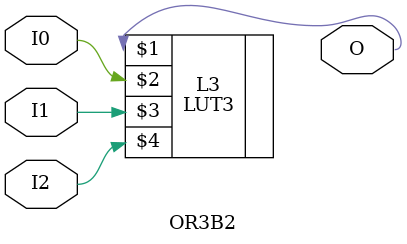
<source format=v>


`timescale  1 ps / 1 ps


module OR3B2 (O, I0, I1, I2);

    output O;

    input  I0, I1, I2;

    LUT3 #(.INIT(8'hF7)) L3 (O, I0, I1, I2);

endmodule

</source>
